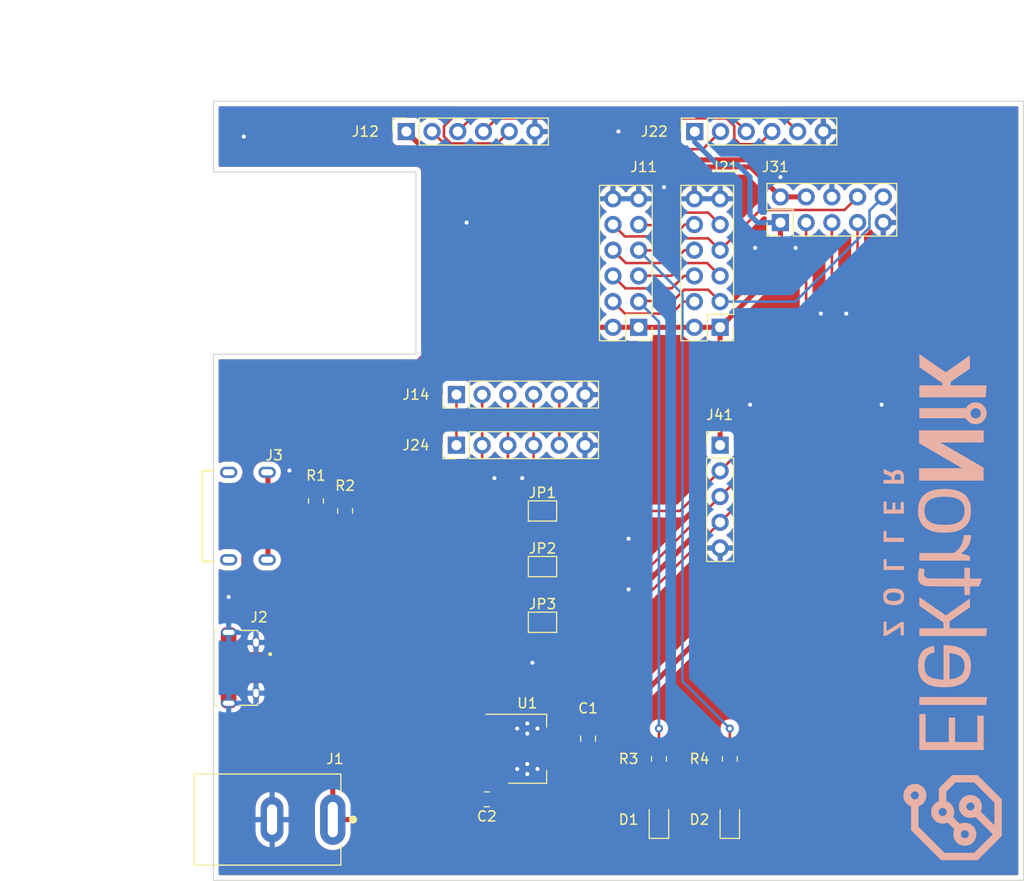
<source format=kicad_pcb>
(kicad_pcb (version 20211014) (generator pcbnew)
  (title_block (title "ZigbeeZwaveEthernetadapter") (date "2023-02-01") (rev "A") (company "ElektroNik Zoller") (comment 1 "Author: Nikolai Zoller") (comment 3 "Licence: CC BY-NC 4.0") (comment 4 "https://creativecommons.org/licenses/by-nc/4.0/"))
  (layers (0 "F.Cu" signal) (31 "B.Cu" signal) (34 "B.Paste" user) (35 "F.Paste" user) (36 "B.SilkS" user "B.Silkscreen") (37 "F.SilkS" user "F.Silkscreen") (38 "B.Mask" user) (39 "F.Mask" user) (44 "Edge.Cuts" user))
  (net 0 "")
  (net 1 "+3V3")
  (net 2 "GND")
  (net 3 "+5V")
  (net 4 "Net-(D1-Pad2)")
  (net 5 "Net-(D2-Pad2)")
  (net 9 "Net-(J3-PadA5)")
  (net 10 "Net-(J3-PadB5)")
  (net 11 "/RXD")
  (net 12 "/nReset")
  (net 13 "/RTS")
  (net 14 "/DTR")
  (net 15 "/TXD")
  (net 16 "/DSR")
  (net 17 "/CTS")
  (net 18 "/N.C.")
  (net 19 "/BOOT")
  (net 20 "/RXD2")
  (net 21 "/TXD2")
  (net 22 "/RSTN")
  (net 23 "/GPIO_D")
  (net 24 "/GPIO_C")
  (net 25 "/GPIO_B")
  (net 26 "/GPIO_A")
  (net 27 "/APP_BOOT")
  (net 28 "/GPIO_2_SDA")
  (net 29 "/GPIO_3_SCL")
  (net 30 "/GPIO_4_GPCLK0")
  (footprint "Jumper:SolderJumper-2_P1.3mm_Open_TrianglePad1.0x1.5mm" (layer "F.Cu") (at 112.5 90.5)
    (fp_text reference "JP1")
    (fp_text value "SolderJumper_2_Open")
  )
  (footprint "Jumper:SolderJumper-2_P1.3mm_Open_TrianglePad1.0x1.5mm" (layer "F.Cu") (at 112.5 101.5)
    (fp_text reference "JP3")
    (fp_text value "SolderJumper_2_Open")
  )
  (footprint "Connector_PinSocket_2.54mm:PinSocket_1x06_P2.54mm_Vertical" (layer "F.Cu") (at 104 79 90)
    (fp_text reference "J14")
    (fp_text value "Conn_01x06")
  )
  (footprint "drawings:elektronik-emblem_20x23.1_solder" (layer "F.Cu") (at 145 109)
    (fp_text reference "G***" hide)
    (fp_text value "LOGO" hide)
  )
  (footprint "Jumper:SolderJumper-2_P1.3mm_Open_TrianglePad1.0x1.5mm" (layer "F.Cu") (at 112.5 96)
    (fp_text reference "JP2")
    (fp_text value "SolderJumper_2_Open")
  )
  (footprint "connectors:AMPHENOL_10118194-0001LF" (layer "F.Cu") (at 81.5 106 -90)
    (fp_text reference "J2")
    (fp_text value "USB_B_Micro")
  )
  (footprint "Resistor_SMD:R_0805_2012Metric_Pad1.20x1.40mm_HandSolder" (layer "F.Cu") (at 131 115 -90)
    (fp_text reference "R4")
    (fp_text value "100R" hide)
  )
  (footprint "connectors:CUI_PJ-037A" (layer "F.Cu") (at 91.7875 121 180)
    (fp_text reference "J1")
    (fp_text value "Barrel_Jack")
  )
  (footprint "Connector_PinHeader_2.54mm:PinHeader_1x06_P2.54mm_Vertical" (layer "F.Cu") (at 127.54 53 90)
    (fp_text reference "J22")
    (fp_text value "Conn_01x06")
  )
  (footprint "Resistor_SMD:R_0805_2012Metric_Pad1.20x1.40mm_HandSolder" (layer "F.Cu") (at 90.125 89.5 90)
    (fp_text reference "R1")
    (fp_text value "5.1k" hide)
  )
  (footprint "connectors:GCT_USB4125-GF-A" (layer "F.Cu") (at 82.3 91 -90)
    (fp_text reference "J3")
    (fp_text value "USB4125-GF-A")
  )
  (footprint "Connector_PinHeader_2.54mm:PinHeader_1x06_P2.54mm_Vertical" (layer "F.Cu") (at 104 84 90)
    (fp_text reference "J24")
    (fp_text value "Conn_01x06")
  )
  (footprint "LED_SMD:LED_0805_2012Metric_Pad1.15x1.40mm_HandSolder" (layer "F.Cu") (at 131 121 90)
    (fp_text reference "D2")
    (fp_text value "LED" hide)
  )
  (footprint "Connector_PinSocket_2.54mm:PinSocket_2x06_P2.54mm_Vertical" (layer "F.Cu") (at 122 72.35 180)
    (fp_text reference "J11")
    (fp_text value "Conn_02x06_Odd_Even")
  )
  (footprint "Connector_PinSocket_2.54mm:PinSocket_1x06_P2.54mm_Vertical" (layer "F.Cu") (at 99.05 53 90)
    (fp_text reference "J12")
    (fp_text value "Conn_01x06")
  )
  (footprint "Package_TO_SOT_SMD:SOT-223-3_TabPin2" (layer "F.Cu") (at 111 114)
    (fp_text reference "U1")
    (fp_text value "TLV1117-33")
  )
  (footprint "LED_SMD:LED_0805_2012Metric_Pad1.15x1.40mm_HandSolder" (layer "F.Cu") (at 124 121 90)
    (fp_text reference "D1")
    (fp_text value "LED" hide)
  )
  (footprint "Resistor_SMD:R_0805_2012Metric_Pad1.20x1.40mm_HandSolder" (layer "F.Cu") (at 93 90.5 90)
    (fp_text reference "R2")
    (fp_text value "5.1k" hide)
  )
  (footprint "Resistor_SMD:R_0805_2012Metric_Pad1.20x1.40mm_HandSolder" (layer "F.Cu") (at 124 115 -90)
    (fp_text reference "R3")
    (fp_text value "100R" hide)
  )
  (footprint "Connector_PinHeader_2.54mm:PinHeader_1x05_P2.54mm_Vertical" (layer "F.Cu") (at 130.04 84)
    (fp_text reference "J41")
    (fp_text value "Conn_01x05")
  )
  (footprint "Capacitor_SMD:C_0805_2012Metric_Pad1.18x1.45mm_HandSolder" (layer "F.Cu") (at 107 119 180)
    (fp_text reference "C2")
    (fp_text value "0.47µ" hide)
  )
  (footprint "Connector_PinHeader_2.54mm:PinHeader_2x06_P2.54mm_Vertical" (layer "F.Cu") (at 130.04 72.35 180)
    (fp_text reference "J21")
    (fp_text value "Conn_02x06_Odd_Even")
  )
  (footprint "Connector_PinHeader_2.54mm:PinHeader_2x05_P2.54mm_Vertical" (layer "F.Cu") (at 136 62 90)
    (fp_text reference "J31")
    (fp_text value "Conn_02x05_Odd_Even")
  )
  (footprint "Capacitor_SMD:C_0805_2012Metric_Pad1.18x1.45mm_HandSolder" (layer "F.Cu") (at 117 113 90)
    (fp_text reference "C1")
    (fp_text value "47µ" hide)
  )
  (footprint "drawings:logo-elektronik-komplett_50x11.7_silk" (layer "B.Cu") (at 152 100 90)
    (fp_text reference "G***" hide)
    (fp_text value "LOGO" hide)
  )
  (gr_poly (pts (xy 160 127) (xy 80 127) (xy 80 75) (xy 100 75) (xy 100 57) (xy 80 57) (xy 80 50) (xy 160 50)) (layer "Edge.Cuts") (width 0.1) (fill none))
  (segment (start 149.25 57.75) (end 147.3 55.8) (width 0.5) (layer "F.Cu") (net 1))
  (segment (start 101.5 109) (end 106.5 114) (width 0.5) (layer "F.Cu") (net 1))
  (segment (start 136 66.39) (end 136 62) (width 0.5) (layer "F.Cu") (net 1))
  (segment (start 147.3 55.8) (end 101.85 55.8) (width 0.5) (layer "F.Cu") (net 1))
  (segment (start 130.04 72.35) (end 136 66.39) (width 0.5) (layer "F.Cu") (net 1))
  (segment (start 149.25 81.7875) (end 149.25 57.75) (width 0.5) (layer "F.Cu") (net 1))
  (segment (start 130.04 72.35) (end 130.04 84) (width 0.5) (layer "F.Cu") (net 1))
  (segment (start 101.85 55.8) (end 99.05 53) (width 0.5) (layer "F.Cu") (net 1))
  (segment (start 119.46 72.35) (end 130.04 72.35) (width 0.5) (layer "F.Cu") (net 1))
  (segment (start 117 114.0375) (end 149.25 81.7875) (width 0.5) (layer "F.Cu") (net 1))
  (segment (start 107.4 72.35) (end 101.5 78.25) (width 0.5) (layer "F.Cu") (net 1))
  (segment (start 116.9625 114) (end 117 114.0375) (width 0.5) (layer "F.Cu") (net 1))
  (segment (start 107.85 114) (end 116.9625 114) (width 0.5) (layer "F.Cu") (net 1))
  (segment (start 101.5 78.25) (end 101.5 109) (width 0.5) (layer "F.Cu") (net 1))
  (segment (start 119.46 72.35) (end 107.4 72.35) (width 0.5) (layer "F.Cu") (net 1))
  (segment (start 106.5 114) (end 107.85 114) (width 0.5) (layer "F.Cu") (net 1))
  (segment (start 133 57.5) (end 131.75 56.25) (width 0.5) (layer "B.Cu") (net 1))
  (segment (start 129.75 56.25) (end 127.54 54.04) (width 0.5) (layer "B.Cu") (net 1))
  (segment (start 133 61.25) (end 133 57.5) (width 0.5) (layer "B.Cu") (net 1))
  (segment (start 127.54 54.04) (end 127.54 53) (width 0.5) (layer "B.Cu") (net 1))
  (segment (start 133.75 62) (end 133 61.25) (width 0.5) (layer "B.Cu") (net 1))
  (segment (start 136 62) (end 133.75 62) (width 0.5) (layer "B.Cu") (net 1))
  (segment (start 131.75 56.25) (end 129.75 56.25) (width 0.5) (layer "B.Cu") (net 1))
  (segment (start 85.38 88.25) (end 85.38 86.76) (width 0.5) (layer "F.Cu") (net 2))
  (segment (start 81.5 109.5) (end 81.5 107) (width 0.5) (layer "F.Cu") (net 2))
  (segment (start 85.38 86.76) (end 85.3 86.68) (width 0.5) (layer "F.Cu") (net 2))
  (segment (start 85.38 93.75) (end 85.38 95.24) (width 0.5) (layer "F.Cu") (net 2))
  (segment (start 85.38 95.24) (end 85.3 95.32) (width 0.5) (layer "F.Cu") (net 2))
  (segment (start 81.5 105) (end 81.5 102.5) (width 0.5) (layer "F.Cu") (net 2))
  (via (at 87.5 86.5) (size 0.8) (drill 0.4) (layers "F.Cu" "B.Cu") (net 2))
  (via (at 133 80) (size 0.8) (drill 0.4) (layers "F.Cu" "B.Cu") (net 2))
  (via (at 133.5 64.5) (size 0.8) (drill 0.4) (layers "F.Cu" "B.Cu") (net 2))
  (via (at 105 62) (size 0.8) (drill 0.4) (layers "F.Cu" "B.Cu") (net 2))
  (via (at 112 112) (size 0.8) (drill 0.4) (layers "F.Cu" "B.Cu") (net 2))
  (via (at 136 57.5) (size 0.8) (drill 0.4) (layers "F.Cu" "B.Cu") (net 2))
  (via (at 120 53) (size 0.8) (drill 0.4) (layers "F.Cu" "B.Cu") (net 2))
  (via (at 111 111.5) (size 0.8) (drill 0.4) (layers "F.Cu" "B.Cu") (net 2))
  (via (at 111 115.5) (size 0.8) (drill 0.4) (layers "F.Cu" "B.Cu") (net 2))
  (via (at 111.5 105.5) (size 0.8) (drill 0.4) (layers "F.Cu" "B.Cu") (net 2))
  (via (at 124.5 58.5) (size 0.8) (drill 0.4) (layers "F.Cu" "B.Cu") (net 2))
  (via (at 111 116.5) (size 0.8) (drill 0.4) (layers "F.Cu" "B.Cu") (net 2))
  (via (at 110 112) (size 0.8) (drill 0.4) (layers "F.Cu" "B.Cu") (net 2))
  (via (at 140 71) (size 0.8) (drill 0.4) (layers "F.Cu" "B.Cu") (net 2))
  (via (at 137.5 64.5) (size 0.8) (drill 0.4) (layers "F.Cu" "B.Cu") (net 2))
  (via (at 121 98.25) (size 0.8) (drill 0.4) (layers "F.Cu" "B.Cu") (net 2))
  (via (at 83 53.5) (size 0.8) (drill 0.4) (layers "F.Cu" "B.Cu") (net 2))
  (via (at 110.5 87.25) (size 0.8) (drill 0.4) (layers "F.Cu" "B.Cu") (net 2))
  (via (at 81.5 99) (size 0.8) (drill 0.4) (layers "F.Cu" "B.Cu") (net 2))
  (via (at 121 93.25) (size 0.8) (drill 0.4) (layers "F.Cu" "B.Cu") (net 2))
  (via (at 110 116) (size 0.8) (drill 0.4) (layers "F.Cu" "B.Cu") (net 2))
  (via (at 142.5 71) (size 0.8) (drill 0.4) (layers "F.Cu" "B.Cu") (net 2))
  (via (at 107.75 87.25) (size 0.8) (drill 0.4) (layers "F.Cu" "B.Cu") (net 2))
  (via (at 112 116) (size 0.8) (drill 0.4) (layers "F.Cu" "B.Cu") (net 2))
  (via (at 146 80) (size 0.8) (drill 0.4) (layers "F.Cu" "B.Cu") (net 2))
  (via (at 111 112.5) (size 0.8) (drill 0.4) (layers "F.Cu" "B.Cu") (net 2))
  (segment (start 84.5 89.48) (end 83 90.98) (width 0.5) (layer "F.Cu") (net 3))
  (segment (start 83 94.5) (end 83 104.5) (width 0.5) (layer "F.Cu") (net 3))
  (segment (start 108.0375 116.4875) (end 107.85 116.3) (width 0.5) (layer "F.Cu") (net 3))
  (segment (start 111.5 64.46) (end 111.5 59.5) (width 0.5) (layer "F.Cu") (net 3))
  (segment (start 84.55 92.52) (end 83 94.07) (width 0.5) (layer "F.Cu") (net 3))
  (segment (start 136 59.46) (end 138.54 59.46) (width 0.5) (layer "F.Cu") (net 3))
  (segment (start 114.5 56.5) (end 133.04 56.5) (width 0.5) (layer "F.Cu") (net 3))
  (segment (start 86.48 89.48) (end 111.5 64.46) (width 0.5) (layer "F.Cu") (net 3))
  (segment (start 133.04 56.5) (end 136 59.46) (width 0.5) (layer "F.Cu") (net 3))
  (segment (start 85.38 92.52) (end 84.55 92.52) (width 0.5) (layer "F.Cu") (net 3))
  (segment (start 108.0375 119) (end 108.0375 116.4875) (width 0.5) (layer "F.Cu") (net 3))
  (segment (start 84.2 104.7) (end 85.375 104.7) (width 0.5) (layer "F.Cu") (net 3))
  (segment (start 83 90.98) (end 83 94.5) (width 0.5) (layer "F.Cu") (net 3))
  (segment (start 91.7875 111.1125) (end 91.7875 121) (width 0.5) (layer "F.Cu") (net 3))
  (segment (start 85.38 89.48) (end 86.48 89.48) (width 0.5) (layer "F.Cu") (net 3))
  (segment (start 83 94.07) (end 83 94.5) (width 0.5) (layer "F.Cu") (net 3))
  (segment (start 91.7875 121) (end 107 121) (width 0.5) (layer "F.Cu") (net 3))
  (segment (start 83.2 104.7) (end 85.375 104.7) (width 0.5) (layer "F.Cu") (net 3))
  (segment (start 85.38 89.48) (end 84.5 89.48) (width 0.5) (layer "F.Cu") (net 3))
  (segment (start 85.375 104.7) (end 91.7875 111.1125) (width 0.5) (layer "F.Cu") (net 3))
  (segment (start 111.5 59.5) (end 114.5 56.5) (width 0.5) (layer "F.Cu") (net 3))
  (segment (start 107 121) (end 108.0375 119.9625) (width 0.5) (layer "F.Cu") (net 3))
  (segment (start 108.0375 119.9625) (end 108.0375 119) (width 0.5) (layer "F.Cu") (net 3))
  (segment (start 83 104.5) (end 83.2 104.7) (width 0.5) (layer "F.Cu") (net 3))
  (segment (start 124 116) (end 124 119.975) (width 0.25) (layer "F.Cu") (net 4))
  (segment (start 131 116) (end 131 119.975) (width 0.25) (layer "F.Cu") (net 5))
  (segment (start 85.38 90.5) (end 90.125 90.5) (width 0.25) (layer "F.Cu") (net 9))
  (segment (start 85.38 91.5) (end 93 91.5) (width 0.25) (layer "F.Cu") (net 10))
  (segment (start 122 69.81) (end 122.06 69.75) (width 0.25) (layer "F.Cu") (net 11))
  (segment (start 128.865 68.635) (end 130.04 69.81) (width 0.25) (layer "F.Cu") (net 11))
  (segment (start 122.06 69.75) (end 125.385 69.75) (width 0.25) (layer "F.Cu") (net 11))
  (segment (start 125.385 69.75) (end 126.5 68.635) (width 0.25) (layer "F.Cu") (net 11))
  (segment (start 126.5 68.635) (end 128.865 68.635) (width 0.25) (layer "F.Cu") (net 11))
  (segment (start 124 112) (end 124 114) (width 0.25) (layer "F.Cu") (net 11))
  (via (at 124 112) (size 0.8) (drill 0.4) (layers "F.Cu" "B.Cu") (net 11))
  (segment (start 144.795 60.825) (end 146.16 59.46) (width 0.25) (layer "B.Cu") (net 11))
  (segment (start 122 69.81) (end 124 71.81) (width 0.25) (layer "B.Cu") (net 11))
  (segment (start 124 71.81) (end 124 112) (width 0.25) (layer "B.Cu") (net 11))
  (segment (start 144.795 62.486701) (end 144.795 60.825) (width 0.25) (layer "B.Cu") (net 11))
  (segment (start 130.04 69.81) (end 137.471701 69.81) (width 0.25) (layer "B.Cu") (net 11))
  (segment (start 137.471701 69.81) (end 144.795 62.486701) (width 0.25) (layer "B.Cu") (net 11))
  (segment (start 120.65 71) (end 125.25 71) (width 0.25) (layer "F.Cu") (net 12))
  (segment (start 119.46 69.81) (end 120.65 71) (width 0.25) (layer "F.Cu") (net 12))
  (segment (start 126.44 69.81) (end 127.5 69.81) (width 0.25) (layer "F.Cu") (net 12))
  (segment (start 125.25 71) (end 126.44 69.81) (width 0.25) (layer "F.Cu") (net 12))
  (segment (start 125.25 67.25) (end 126.5 66) (width 0.25) (layer "F.Cu") (net 13))
  (segment (start 128.77 66) (end 130.04 67.27) (width 0.25) (layer "F.Cu") (net 13))
  (segment (start 126.5 66) (end 128.77 66) (width 0.25) (layer "F.Cu") (net 13))
  (segment (start 122.02 67.25) (end 125.25 67.25) (width 0.25) (layer "F.Cu") (net 13))
  (segment (start 122 67.27) (end 122.02 67.25) (width 0.25) (layer "F.Cu") (net 13))
  (segment (start 120.69 68.5) (end 125.25 68.5) (width 0.25) (layer "F.Cu") (net 14))
  (segment (start 125.25 68.5) (end 126.48 67.27) (width 0.25) (layer "F.Cu") (net 14))
  (segment (start 119.46 67.27) (end 120.69 68.5) (width 0.25) (layer "F.Cu") (net 14))
  (segment (start 126.48 67.27) (end 127.5 67.27) (width 0.25) (layer "F.Cu") (net 14))
  (segment (start 125.25 64.75) (end 126.445 63.555) (width 0.25) (layer "F.Cu") (net 15))
  (segment (start 122.02 64.75) (end 125.25 64.75) (width 0.25) (layer "F.Cu") (net 15))
  (segment (start 134.02 60.75) (end 142.33 60.75) (width 0.25) (layer "F.Cu") (net 15))
  (segment (start 128.865 63.555) (end 130.04 64.73) (width 0.25) (layer "F.Cu") (net 15))
  (segment (start 122 64.73) (end 122.02 64.75) (width 0.25) (layer "F.Cu") (net 15))
  (segment (start 126.445 63.555) (end 128.865 63.555) (width 0.25) (layer "F.Cu") (net 15))
  (segment (start 142.33 60.75) (end 143.62 59.46) (width 0.25) (layer "F.Cu") (net 15))
  (segment (start 131 112) (end 131 114) (width 0.25) (layer "F.Cu") (net 15))
  (segment (start 130.04 64.73) (end 134.02 60.75) (width 0.25) (layer "F.Cu") (net 15))
  (via (at 131 112) (size 0.8) (drill 0.4) (layers "F.Cu" "B.Cu") (net 15))
  (segment (start 122 64.73) (end 126.325 69.055) (width 0.25) (layer "B.Cu") (net 15))
  (segment (start 126.325 107.325) (end 131 112) (width 0.25) (layer "B.Cu") (net 15))
  (segment (start 126.325 69.055) (end 126.325 107.325) (width 0.25) (layer "B.Cu") (net 15))
  (segment (start 126.52 64.73) (end 127.5 64.73) (width 0.25) (layer "F.Cu") (net 16))
  (segment (start 120.73 66) (end 125.25 66) (width 0.25) (layer "F.Cu") (net 16))
  (segment (start 119.46 64.73) (end 120.73 66) (width 0.25) (layer "F.Cu") (net 16))
  (segment (start 125.25 66) (end 126.52 64.73) (width 0.25) (layer "F.Cu") (net 16))
  (segment (start 122 62.19) (end 122.06 62.25) (width 0.25) (layer "F.Cu") (net 17))
  (segment (start 128.865 61.015) (end 130.04 62.19) (width 0.25) (layer "F.Cu") (net 17))
  (segment (start 126.485 61.015) (end 128.865 61.015) (width 0.25) (layer "F.Cu") (net 17))
  (segment (start 125.25 62.25) (end 126.485 61.015) (width 0.25) (layer "F.Cu") (net 17))
  (segment (start 122.06 62.25) (end 125.25 62.25) (width 0.25) (layer "F.Cu") (net 17))
  (segment (start 119.46 62.19) (end 120.635 63.365) (width 0.25) (layer "F.Cu") (net 18))
  (segment (start 120.635 63.365) (end 125.385 63.365) (width 0.25) (layer "F.Cu") (net 18))
  (segment (start 126.56 62.19) (end 127.5 62.19) (width 0.25) (layer "F.Cu") (net 18))
  (segment (start 125.385 63.365) (end 126.56 62.19) (width 0.25) (layer "F.Cu") (net 18))
  (segment (start 128.33 54.75) (end 130.08 53) (width 0.25) (layer "F.Cu") (net 19))
  (segment (start 101.59 53) (end 103.34 54.75) (width 0.25) (layer "F.Cu") (net 19))
  (segment (start 103.34 54.75) (end 128.33 54.75) (width 0.25) (layer "F.Cu") (net 19))
  (segment (start 130.87 51.25) (end 132.62 53) (width 0.25) (layer "F.Cu") (net 20))
  (segment (start 104.13 53) (end 105.88 51.25) (width 0.25) (layer "F.Cu") (net 20))
  (segment (start 105.88 51.25) (end 130.87 51.25) (width 0.25) (layer "F.Cu") (net 20))
  (segment (start 130.683604 51.7) (end 131.445 52.461396) (width 0.25) (layer "F.Cu") (net 21))
  (segment (start 132 54.25) (end 133.91 54.25) (width 0.25) (layer "F.Cu") (net 21))
  (segment (start 106.67 53) (end 107.97 51.7) (width 0.25) (layer "F.Cu") (net 21))
  (segment (start 131.445 52.461396) (end 131.445 53.695) (width 0.25) (layer "F.Cu") (net 21))
  (segment (start 131.445 53.695) (end 132 54.25) (width 0.25) (layer "F.Cu") (net 21))
  (segment (start 107.97 51.7) (end 130.683604 51.7) (width 0.25) (layer "F.Cu") (net 21))
  (segment (start 133.91 54.25) (end 135.16 53) (width 0.25) (layer "F.Cu") (net 21))
  (segment (start 103.453299 54.175) (end 102.765 53.486701) (width 0.25) (layer "F.Cu") (net 22))
  (segment (start 102.765 53.486701) (end 102.765 52.485) (width 0.25) (layer "F.Cu") (net 22))
  (segment (start 135.5 50.8) (end 137.7 53) (width 0.25) (layer "F.Cu") (net 22))
  (segment (start 102.765 52.485) (end 104.45 50.8) (width 0.25) (layer "F.Cu") (net 22))
  (segment (start 104.45 50.8) (end 135.5 50.8) (width 0.25) (layer "F.Cu") (net 22))
  (segment (start 109.21 53) (end 108.035 54.175) (width 0.25) (layer "F.Cu") (net 22))
  (segment (start 108.035 54.175) (end 103.453299 54.175) (width 0.25) (layer "F.Cu") (net 22))
  (segment (start 104 79) (end 104 84) (width 0.25) (layer "F.Cu") (net 23))
  (segment (start 106.54 84) (end 106.54 96.265) (width 0.25) (layer "F.Cu") (net 24))
  (segment (start 106.54 96.265) (end 111.775 101.5) (width 0.25) (layer "F.Cu") (net 24))
  (segment (start 106.54 79) (end 106.54 84) (width 0.25) (layer "F.Cu") (net 24))
  (segment (start 109.08 84) (end 109.08 93.305) (width 0.25) (layer "F.Cu") (net 25))
  (segment (start 109.08 93.305) (end 111.775 96) (width 0.25) (layer "F.Cu") (net 25))
  (segment (start 109.08 79) (end 109.08 84) (width 0.25) (layer "F.Cu") (net 25))
  (segment (start 111.62 79) (end 111.62 84) (width 0.25) (layer "F.Cu") (net 26))
  (segment (start 111.62 90.345) (end 111.775 90.5) (width 0.25) (layer "F.Cu") (net 26))
  (segment (start 111.62 84) (end 111.62 90.345) (width 0.25) (layer "F.Cu") (net 26))
  (segment (start 114.16 79) (end 114.16 84) (width 0.25) (layer "F.Cu") (net 27))
  (segment (start 138.54 62) (end 138.54 78.04) (width 0.25) (layer "F.Cu") (net 28))
  (segment (start 113.225 90.5) (end 126.08 90.5) (width 0.25) (layer "F.Cu") (net 28))
  (segment (start 126.08 90.5) (end 130.04 86.54) (width 0.25) (layer "F.Cu") (net 28))
  (segment (start 138.54 78.04) (end 130.04 86.54) (width 0.25) (layer "F.Cu") (net 28))
  (segment (start 123.12 96) (end 130.04 89.08) (width 0.25) (layer "F.Cu") (net 29))
  (segment (start 113.225 96) (end 123.12 96) (width 0.25) (layer "F.Cu") (net 29))
  (segment (start 141.08 62) (end 141.08 78.04) (width 0.25) (layer "F.Cu") (net 29))
  (segment (start 141.08 78.04) (end 130.04 89.08) (width 0.25) (layer "F.Cu") (net 29))
  (segment (start 143.62 62) (end 143.62 78.04) (width 0.25) (layer "F.Cu") (net 30))
  (segment (start 113.225 101.5) (end 120.16 101.5) (width 0.25) (layer "F.Cu") (net 30))
  (segment (start 143.62 78.04) (end 130.04 91.62) (width 0.25) (layer "F.Cu") (net 30))
  (segment (start 120.16 101.5) (end 130.04 91.62) (width 0.25) (layer "F.Cu") (net 30))
  (zone (net 2) (net_name "GND") (layers F&B.Cu) (connect_pads (clearance 0.508)) (min_thickness 0.254) (fill yes (thermal_gap 0.508) (thermal_bridge_width 0.508))
    (polygon (pts (xy 160 127) (xy 80 127) (xy 80 50) (xy 160 50)))
  )
)
</source>
